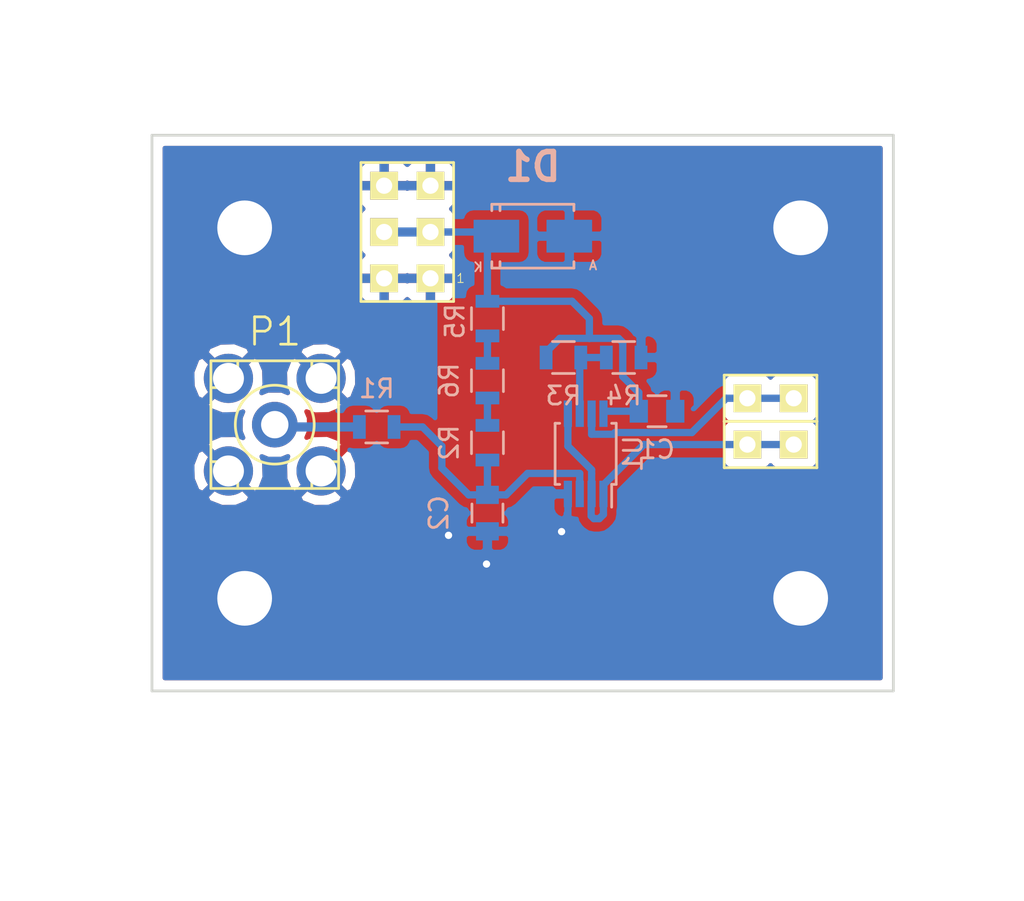
<source format=kicad_pcb>
(kicad_pcb (version 20160815) (host pcbnew 4.1.0-alpha+201609050731+7118~50~ubuntu16.04.1-product)

  (general
    (links 36)
    (no_connects 8)
    (area 86.284999 65.964999 127.075001 96.595001)
    (thickness 1.6)
    (drawings 4)
    (tracks 71)
    (zones 0)
    (modules 18)
    (nets 10)
  )

  (page A4)
  (layers
    (0 F.Cu signal)
    (31 B.Cu signal)
    (32 B.Adhes user)
    (33 F.Adhes user)
    (34 B.Paste user)
    (35 F.Paste user)
    (36 B.SilkS user)
    (37 F.SilkS user)
    (38 B.Mask user)
    (39 F.Mask user)
    (40 Dwgs.User user)
    (41 Cmts.User user)
    (42 Eco1.User user)
    (43 Eco2.User user)
    (44 Edge.Cuts user)
    (45 Margin user)
    (46 B.CrtYd user)
    (47 F.CrtYd user)
    (48 B.Fab user)
    (49 F.Fab user)
  )

  (setup
    (last_trace_width 0.4)
    (user_trace_width 0.2)
    (user_trace_width 0.3)
    (user_trace_width 0.4)
    (user_trace_width 0.5)
    (user_trace_width 0.6)
    (user_trace_width 0.7)
    (user_trace_width 0.8)
    (trace_clearance 0.2)
    (zone_clearance 0.508)
    (zone_45_only yes)
    (trace_min 0.2)
    (segment_width 0.2)
    (edge_width 0.15)
    (via_size 0.8)
    (via_drill 0.4)
    (via_min_size 0.4)
    (via_min_drill 0.3)
    (uvia_size 0.3)
    (uvia_drill 0.1)
    (uvias_allowed no)
    (uvia_min_size 0.2)
    (uvia_min_drill 0.1)
    (pcb_text_width 0.3)
    (pcb_text_size 1.5 1.5)
    (mod_edge_width 0.15)
    (mod_text_size 1 1)
    (mod_text_width 0.15)
    (pad_size 1.524 1.524)
    (pad_drill 0.762)
    (pad_to_mask_clearance 0.2)
    (aux_axis_origin 0 0)
    (visible_elements FFFFFF7F)
    (pcbplotparams
      (layerselection 0x00030_ffffffff)
      (usegerberextensions false)
      (excludeedgelayer true)
      (linewidth 0.100000)
      (plotframeref false)
      (viasonmask false)
      (mode 1)
      (useauxorigin false)
      (hpglpennumber 1)
      (hpglpenspeed 20)
      (hpglpendiameter 15)
      (psnegative false)
      (psa4output false)
      (plotreference true)
      (plotvalue true)
      (plotinvisibletext false)
      (padsonsilk false)
      (subtractmaskfromsilk false)
      (outputformat 1)
      (mirror false)
      (drillshape 1)
      (scaleselection 1)
      (outputdirectory ""))
  )

  (net 0 "")
  (net 1 VDD)
  (net 2 GNDA)
  (net 3 "Net-(C2-Pad1)")
  (net 4 "Net-(J2-Pad1)")
  (net 5 "Net-(J3-Pad1)")
  (net 6 "Net-(P1-Pad1)")
  (net 7 "Net-(R3-Pad2)")
  (net 8 "Net-(R2-Pad1)")
  (net 9 "Net-(R5-Pad2)")

  (net_class Default "This is the default net class."
    (clearance 0.2)
    (trace_width 0.3)
    (via_dia 0.8)
    (via_drill 0.4)
    (uvia_dia 0.3)
    (uvia_drill 0.1)
    (diff_pair_gap 0.25)
    (diff_pair_width 0.2)
    (add_net GNDA)
    (add_net "Net-(C2-Pad1)")
    (add_net "Net-(J2-Pad1)")
    (add_net "Net-(J3-Pad1)")
    (add_net "Net-(P1-Pad1)")
    (add_net "Net-(R2-Pad1)")
    (add_net "Net-(R3-Pad2)")
    (add_net "Net-(R5-Pad2)")
    (add_net VDD)
  )

  (module Housings_SSOP:MSOP-8_3x3mm_Pitch0.65mm (layer B.Cu) (tedit 54130A77) (tstamp 577D546F)
    (at 110.1344 83.5152 90)
    (descr "8-Lead Plastic Micro Small Outline Package (MS) [MSOP] (see Microchip Packaging Specification 00000049BS.pdf)")
    (tags "SSOP 0.65")
    (path /57781FDF)
    (attr smd)
    (fp_text reference U1 (at 0 2.6 90) (layer B.SilkS)
      (effects (font (size 1 1) (thickness 0.15)) (justify mirror))
    )
    (fp_text value MCP6002 (at 0 -2.6 90) (layer B.Fab)
      (effects (font (size 1 1) (thickness 0.15)) (justify mirror))
    )
    (fp_line (start -3.2 1.85) (end -3.2 -1.85) (layer B.CrtYd) (width 0.05))
    (fp_line (start 3.2 1.85) (end 3.2 -1.85) (layer B.CrtYd) (width 0.05))
    (fp_line (start -3.2 1.85) (end 3.2 1.85) (layer B.CrtYd) (width 0.05))
    (fp_line (start -3.2 -1.85) (end 3.2 -1.85) (layer B.CrtYd) (width 0.05))
    (fp_line (start -1.675 1.675) (end -1.675 1.425) (layer B.SilkS) (width 0.15))
    (fp_line (start 1.675 1.675) (end 1.675 1.425) (layer B.SilkS) (width 0.15))
    (fp_line (start 1.675 -1.675) (end 1.675 -1.425) (layer B.SilkS) (width 0.15))
    (fp_line (start -1.675 -1.675) (end -1.675 -1.425) (layer B.SilkS) (width 0.15))
    (fp_line (start -1.675 1.675) (end 1.675 1.675) (layer B.SilkS) (width 0.15))
    (fp_line (start -1.675 -1.675) (end 1.675 -1.675) (layer B.SilkS) (width 0.15))
    (fp_line (start -1.675 1.425) (end -2.925 1.425) (layer B.SilkS) (width 0.15))
    (pad 1 smd rect (at -2.2 0.975 90) (size 1.45 0.45) (layers B.Cu B.Paste B.Mask)
      (net 4 "Net-(J2-Pad1)"))
    (pad 2 smd rect (at -2.2 0.325 90) (size 1.45 0.45) (layers B.Cu B.Paste B.Mask)
      (net 4 "Net-(J2-Pad1)"))
    (pad 3 smd rect (at -2.2 -0.325 90) (size 1.45 0.45) (layers B.Cu B.Paste B.Mask)
      (net 3 "Net-(C2-Pad1)"))
    (pad 4 smd rect (at -2.2 -0.975 90) (size 1.45 0.45) (layers B.Cu B.Paste B.Mask)
      (net 2 GNDA))
    (pad 5 smd rect (at 2.2 -0.975 90) (size 1.45 0.45) (layers B.Cu B.Paste B.Mask)
      (net 4 "Net-(J2-Pad1)"))
    (pad 6 smd rect (at 2.2 -0.325 90) (size 1.45 0.45) (layers B.Cu B.Paste B.Mask)
      (net 7 "Net-(R3-Pad2)"))
    (pad 7 smd rect (at 2.2 0.325 90) (size 1.45 0.45) (layers B.Cu B.Paste B.Mask)
      (net 5 "Net-(J3-Pad1)"))
    (pad 8 smd rect (at 2.2 0.975 90) (size 1.45 0.45) (layers B.Cu B.Paste B.Mask)
      (net 1 VDD))
    (model Housings_SSOP.3dshapes/MSOP-8_3x3mm_Pitch0.65mm.wrl
      (at (xyz 0 0 0))
      (scale (xyz 1 1 1))
      (rotate (xyz 0 0 0))
    )
  )

  (module Capacitors_SMD:C_0805 (layer B.Cu) (tedit 5415D6EA) (tstamp 577D540C)
    (at 114.046 81.1784)
    (descr "Capacitor SMD 0805, reflow soldering, AVX (see smccp.pdf)")
    (tags "capacitor 0805")
    (path /57783558)
    (attr smd)
    (fp_text reference C1 (at 0 2.1) (layer B.SilkS)
      (effects (font (size 1 1) (thickness 0.15)) (justify mirror))
    )
    (fp_text value 100nF (at 0 -2.1) (layer B.Fab)
      (effects (font (size 1 1) (thickness 0.15)) (justify mirror))
    )
    (fp_line (start -1.8 1) (end 1.8 1) (layer B.CrtYd) (width 0.05))
    (fp_line (start -1.8 -1) (end 1.8 -1) (layer B.CrtYd) (width 0.05))
    (fp_line (start -1.8 1) (end -1.8 -1) (layer B.CrtYd) (width 0.05))
    (fp_line (start 1.8 1) (end 1.8 -1) (layer B.CrtYd) (width 0.05))
    (fp_line (start 0.5 0.85) (end -0.5 0.85) (layer B.SilkS) (width 0.15))
    (fp_line (start -0.5 -0.85) (end 0.5 -0.85) (layer B.SilkS) (width 0.15))
    (pad 1 smd rect (at -1 0) (size 1 1.25) (layers B.Cu B.Paste B.Mask)
      (net 1 VDD))
    (pad 2 smd rect (at 1 0) (size 1 1.25) (layers B.Cu B.Paste B.Mask)
      (net 2 GNDA))
    (model Capacitors_SMD.3dshapes/C_0805.wrl
      (at (xyz 0 0 0))
      (scale (xyz 1 1 1))
      (rotate (xyz 0 0 0))
    )
  )

  (module Capacitors_SMD:C_0805 (layer B.Cu) (tedit 5415D6EA) (tstamp 577D5412)
    (at 104.7496 86.7664 270)
    (descr "Capacitor SMD 0805, reflow soldering, AVX (see smccp.pdf)")
    (tags "capacitor 0805")
    (path /57781557)
    (attr smd)
    (fp_text reference C2 (at 0 2.667 270) (layer B.SilkS)
      (effects (font (size 1 1) (thickness 0.15)) (justify mirror))
    )
    (fp_text value 100nF (at 0 -2.1 270) (layer B.Fab)
      (effects (font (size 1 1) (thickness 0.15)) (justify mirror))
    )
    (fp_line (start -1.8 1) (end 1.8 1) (layer B.CrtYd) (width 0.05))
    (fp_line (start -1.8 -1) (end 1.8 -1) (layer B.CrtYd) (width 0.05))
    (fp_line (start -1.8 1) (end -1.8 -1) (layer B.CrtYd) (width 0.05))
    (fp_line (start 1.8 1) (end 1.8 -1) (layer B.CrtYd) (width 0.05))
    (fp_line (start 0.5 0.85) (end -0.5 0.85) (layer B.SilkS) (width 0.15))
    (fp_line (start -0.5 -0.85) (end 0.5 -0.85) (layer B.SilkS) (width 0.15))
    (pad 1 smd rect (at -1 0 270) (size 1 1.25) (layers B.Cu B.Paste B.Mask)
      (net 3 "Net-(C2-Pad1)"))
    (pad 2 smd rect (at 1 0 270) (size 1 1.25) (layers B.Cu B.Paste B.Mask)
      (net 2 GNDA))
    (model Capacitors_SMD.3dshapes/C_0805.wrl
      (at (xyz 0 0 0))
      (scale (xyz 1 1 1))
      (rotate (xyz 0 0 0))
    )
  )

  (module Mlab_D:Diode-SMA_Standard locked (layer B.Cu) (tedit 56BDB339) (tstamp 577D5418)
    (at 107.2388 71.5772 180)
    (descr "Diode SMA")
    (tags "Diode SMA")
    (path /57783090)
    (attr smd)
    (fp_text reference D1 (at 0 3.81 180) (layer B.SilkS)
      (effects (font (thickness 0.3048)) (justify mirror))
    )
    (fp_text value D_Schottky (at 0 -3.81 180) (layer B.SilkS) hide
      (effects (font (thickness 0.3048)) (justify mirror))
    )
    (fp_text user A (at -3.29946 -1.6002 180) (layer B.SilkS)
      (effects (font (size 0.50038 0.50038) (thickness 0.09906)) (justify mirror))
    )
    (fp_text user K (at 2.99974 -1.69926 180) (layer B.SilkS)
      (effects (font (size 0.50038 0.50038) (thickness 0.09906)) (justify mirror))
    )
    (fp_circle (center 0 0) (end 0.20066 0.0508) (layer B.Adhes) (width 0.381))
    (fp_line (start 1.80086 -1.75006) (end 1.80086 -1.39954) (layer B.SilkS) (width 0.15))
    (fp_line (start 1.80086 1.75006) (end 1.80086 1.39954) (layer B.SilkS) (width 0.15))
    (fp_line (start 2.25044 -1.75006) (end 2.25044 -1.39954) (layer B.SilkS) (width 0.15))
    (fp_line (start -2.25044 -1.75006) (end -2.25044 -1.39954) (layer B.SilkS) (width 0.15))
    (fp_line (start -2.25044 1.75006) (end -2.25044 1.39954) (layer B.SilkS) (width 0.15))
    (fp_line (start 2.25044 1.75006) (end 2.25044 1.39954) (layer B.SilkS) (width 0.15))
    (fp_line (start -2.25044 -1.75006) (end 2.25044 -1.75006) (layer B.SilkS) (width 0.15))
    (fp_line (start -2.25044 1.75006) (end 2.25044 1.75006) (layer B.SilkS) (width 0.15))
    (pad 2 smd rect (at -1.99898 0 180) (size 2.49936 1.80086) (layers B.Cu B.Paste B.Mask)
      (net 2 GNDA))
    (pad 1 smd rect (at 1.99898 0 180) (size 2.49936 1.80086) (layers B.Cu B.Paste B.Mask)
      (net 1 VDD))
    (model MLAB_3D/Diodes/SMA.wrl
      (at (xyz 0 0 0))
      (scale (xyz 0.3937 0.3937 0.3937))
      (rotate (xyz 0 0 0))
    )
  )

  (module Mlab_Pin_Headers:Straight_2x03 (layer F.Cu) (tedit 55DC1460) (tstamp 577D5422)
    (at 100.3554 71.3486 180)
    (descr "pin header straight 2x03")
    (tags "pin header straight 2x03")
    (path /57782EBA)
    (fp_text reference J1 (at 0 -5.08 180) (layer F.SilkS) hide
      (effects (font (size 1.5 1.5) (thickness 0.15)))
    )
    (fp_text value HEADER_2x03_PARALLEL (at 0 5.08 180) (layer F.SilkS) hide
      (effects (font (size 1.5 1.5) (thickness 0.15)))
    )
    (fp_text user 1 (at -2.921 -2.54 180) (layer F.SilkS)
      (effects (font (size 0.5 0.5) (thickness 0.05)))
    )
    (fp_line (start -2.54 -3.81) (end 2.54 -3.81) (layer F.SilkS) (width 0.15))
    (fp_line (start 2.54 -3.81) (end 2.54 3.81) (layer F.SilkS) (width 0.15))
    (fp_line (start 2.54 3.81) (end -2.54 3.81) (layer F.SilkS) (width 0.15))
    (fp_line (start -2.54 3.81) (end -2.54 -3.81) (layer F.SilkS) (width 0.15))
    (pad 1 thru_hole rect (at -1.27 -2.54 180) (size 1.524 1.524) (drill 0.889) (layers *.Cu *.Mask F.SilkS)
      (net 2 GNDA))
    (pad 2 thru_hole rect (at 1.27 -2.54 180) (size 1.524 1.524) (drill 0.889) (layers *.Cu *.Mask F.SilkS)
      (net 2 GNDA))
    (pad 3 thru_hole rect (at -1.27 0 180) (size 1.524 1.524) (drill 0.889) (layers *.Cu *.Mask F.SilkS)
      (net 1 VDD))
    (pad 4 thru_hole rect (at 1.27 0 180) (size 1.524 1.524) (drill 0.889) (layers *.Cu *.Mask F.SilkS)
      (net 1 VDD))
    (pad 5 thru_hole rect (at -1.27 2.54 180) (size 1.524 1.524) (drill 0.889) (layers *.Cu *.Mask F.SilkS)
      (net 2 GNDA))
    (pad 6 thru_hole rect (at 1.27 2.54 180) (size 1.524 1.524) (drill 0.889) (layers *.Cu *.Mask F.SilkS)
      (net 2 GNDA))
    (model Pin_Headers/Pin_Header_Straight_2x03.wrl
      (at (xyz 0 0 0))
      (scale (xyz 1 1 1))
      (rotate (xyz 0 0 90))
    )
  )

  (module Mlab_Pin_Headers:Straight_1x02 (layer F.Cu) (tedit 5535DB0D) (tstamp 577D5428)
    (at 120.269 83.0072 90)
    (descr "pin header straight 1x02")
    (tags "pin header straight 1x02")
    (path /57783BEA)
    (fp_text reference J2 (at 0 -3.81 90) (layer F.SilkS) hide
      (effects (font (size 1.5 1.5) (thickness 0.15)))
    )
    (fp_text value INTENSITY (at 0 3.81 90) (layer F.SilkS) hide
      (effects (font (size 1.5 1.5) (thickness 0.15)))
    )
    (fp_text user 1 (at -1.651 -1.27 90) (layer F.SilkS) hide
      (effects (font (size 0.5 0.5) (thickness 0.05)))
    )
    (fp_line (start -1.27 -2.54) (end 1.27 -2.54) (layer F.SilkS) (width 0.15))
    (fp_line (start 1.27 -2.54) (end 1.27 2.54) (layer F.SilkS) (width 0.15))
    (fp_line (start 1.27 2.54) (end -1.27 2.54) (layer F.SilkS) (width 0.15))
    (fp_line (start -1.27 2.54) (end -1.27 -2.54) (layer F.SilkS) (width 0.15))
    (pad 2 thru_hole rect (at 0 1.27 90) (size 1.524 1.524) (drill 0.889) (layers *.Cu *.Mask F.SilkS)
      (net 4 "Net-(J2-Pad1)"))
    (pad 1 thru_hole rect (at 0 -1.27 90) (size 1.524 1.524) (drill 0.889) (layers *.Cu *.Mask F.SilkS)
      (net 4 "Net-(J2-Pad1)"))
    (model Pin_Headers/Pin_Header_Straight_1x02.wrl
      (at (xyz 0 0 0))
      (scale (xyz 1 1 1))
      (rotate (xyz 0 0 90))
    )
  )

  (module Mlab_Pin_Headers:Straight_1x02 locked (layer F.Cu) (tedit 5535DB0D) (tstamp 577D542E)
    (at 120.269 80.4672 90)
    (descr "pin header straight 1x02")
    (tags "pin header straight 1x02")
    (path /57783AA0)
    (fp_text reference J3 (at 0 -3.81 90) (layer F.SilkS) hide
      (effects (font (size 1.5 1.5) (thickness 0.15)))
    )
    (fp_text value INT_OUT (at 0 3.81 90) (layer F.SilkS) hide
      (effects (font (size 1.5 1.5) (thickness 0.15)))
    )
    (fp_text user 1 (at -1.651 -1.27 90) (layer F.SilkS) hide
      (effects (font (size 0.5 0.5) (thickness 0.05)))
    )
    (fp_line (start -1.27 -2.54) (end 1.27 -2.54) (layer F.SilkS) (width 0.15))
    (fp_line (start 1.27 -2.54) (end 1.27 2.54) (layer F.SilkS) (width 0.15))
    (fp_line (start 1.27 2.54) (end -1.27 2.54) (layer F.SilkS) (width 0.15))
    (fp_line (start -1.27 2.54) (end -1.27 -2.54) (layer F.SilkS) (width 0.15))
    (pad 2 thru_hole rect (at 0 1.27 90) (size 1.524 1.524) (drill 0.889) (layers *.Cu *.Mask F.SilkS)
      (net 5 "Net-(J3-Pad1)"))
    (pad 1 thru_hole rect (at 0 -1.27 90) (size 1.524 1.524) (drill 0.889) (layers *.Cu *.Mask F.SilkS)
      (net 5 "Net-(J3-Pad1)"))
    (model Pin_Headers/Pin_Header_Straight_1x02.wrl
      (at (xyz 0 0 0))
      (scale (xyz 1 1 1))
      (rotate (xyz 0 0 90))
    )
  )

  (module Mlab_Mechanical:MountingHole_3mm placed (layer F.Cu) (tedit 5535DB2C) (tstamp 577D5433)
    (at 91.44 91.44)
    (descr "Mounting hole, Befestigungsbohrung, 3mm, No Annular, Kein Restring,")
    (tags "Mounting hole, Befestigungsbohrung, 3mm, No Annular, Kein Restring,")
    (path /57784508)
    (fp_text reference M1 (at 0 -4.191) (layer F.SilkS) hide
      (effects (font (thickness 0.3048)))
    )
    (fp_text value HOLE (at 0 4.191) (layer F.SilkS) hide
      (effects (font (thickness 0.3048)))
    )
    (fp_circle (center 0 0) (end 2.99974 0) (layer Cmts.User) (width 0.381))
    (pad 1 thru_hole circle (at 0 0) (size 6 6) (drill 3) (layers *.Cu *.Adhes *.Mask)
      (net 2 GNDA) (clearance 1) (zone_connect 2))
  )

  (module Mlab_Mechanical:MountingHole_3mm placed (layer F.Cu) (tedit 5535DB2C) (tstamp 577D5438)
    (at 91.44 71.12)
    (descr "Mounting hole, Befestigungsbohrung, 3mm, No Annular, Kein Restring,")
    (tags "Mounting hole, Befestigungsbohrung, 3mm, No Annular, Kein Restring,")
    (path /57784821)
    (fp_text reference M2 (at 0 -4.191) (layer F.SilkS) hide
      (effects (font (thickness 0.3048)))
    )
    (fp_text value HOLE (at 0 4.191) (layer F.SilkS) hide
      (effects (font (thickness 0.3048)))
    )
    (fp_circle (center 0 0) (end 2.99974 0) (layer Cmts.User) (width 0.381))
    (pad 1 thru_hole circle (at 0 0) (size 6 6) (drill 3) (layers *.Cu *.Adhes *.Mask)
      (net 2 GNDA) (clearance 1) (zone_connect 2))
  )

  (module Mlab_Mechanical:MountingHole_3mm placed (layer F.Cu) (tedit 5535DB2C) (tstamp 577D543D)
    (at 121.92 71.12)
    (descr "Mounting hole, Befestigungsbohrung, 3mm, No Annular, Kein Restring,")
    (tags "Mounting hole, Befestigungsbohrung, 3mm, No Annular, Kein Restring,")
    (path /57784742)
    (fp_text reference M3 (at 0 -4.191) (layer F.SilkS) hide
      (effects (font (thickness 0.3048)))
    )
    (fp_text value HOLE (at 0 4.191) (layer F.SilkS) hide
      (effects (font (thickness 0.3048)))
    )
    (fp_circle (center 0 0) (end 2.99974 0) (layer Cmts.User) (width 0.381))
    (pad 1 thru_hole circle (at 0 0) (size 6 6) (drill 3) (layers *.Cu *.Adhes *.Mask)
      (net 2 GNDA) (clearance 1) (zone_connect 2))
  )

  (module Mlab_Mechanical:MountingHole_3mm placed (layer F.Cu) (tedit 5535DB2C) (tstamp 577D5442)
    (at 121.92 91.44)
    (descr "Mounting hole, Befestigungsbohrung, 3mm, No Annular, Kein Restring,")
    (tags "Mounting hole, Befestigungsbohrung, 3mm, No Annular, Kein Restring,")
    (path /5778482F)
    (fp_text reference M4 (at 0 -4.191) (layer F.SilkS) hide
      (effects (font (thickness 0.3048)))
    )
    (fp_text value HOLE (at 0 4.191) (layer F.SilkS) hide
      (effects (font (thickness 0.3048)))
    )
    (fp_circle (center 0 0) (end 2.99974 0) (layer Cmts.User) (width 0.381))
    (pad 1 thru_hole circle (at 0 0) (size 6 6) (drill 3) (layers *.Cu *.Adhes *.Mask)
      (net 2 GNDA) (clearance 1) (zone_connect 2))
  )

  (module Mlab_Con:SMA6251A13G50 (layer F.Cu) (tedit 54BBE861) (tstamp 577D544B)
    (at 93.091 81.915)
    (path /57781DCC)
    (fp_text reference P1 (at 0 -5.1) (layer F.SilkS)
      (effects (font (size 1.5 1.5) (thickness 0.15)))
    )
    (fp_text value SMA (at 0 5.1) (layer F.SilkS) hide
      (effects (font (size 1.5 1.5) (thickness 0.15)))
    )
    (fp_circle (center 0 0) (end -0.11 -2.16) (layer F.SilkS) (width 0.15))
    (fp_line (start 2.03 3.05) (end 3.05 3.05) (layer F.SilkS) (width 0.15))
    (fp_line (start 3.05 3.05) (end 3.05 2.03) (layer F.SilkS) (width 0.15))
    (fp_line (start -2.03 3.05) (end -3.05 3.05) (layer F.SilkS) (width 0.15))
    (fp_line (start -3.05 3.05) (end -3.05 2.03) (layer F.SilkS) (width 0.15))
    (fp_line (start -2.03 -3.05) (end -3.05 -3.05) (layer F.SilkS) (width 0.15))
    (fp_line (start -3.05 -3.05) (end -3.05 -2.03) (layer F.SilkS) (width 0.15))
    (fp_line (start 3.05 -3.05) (end 3.05 -2.03) (layer F.SilkS) (width 0.15))
    (fp_line (start 3.05 -3.05) (end 2.03 -3.05) (layer F.SilkS) (width 0.15))
    (fp_line (start 2.03 3.5) (end 2.03 2.03) (layer F.SilkS) (width 0.15))
    (fp_line (start 2.03 2.03) (end 3.5 2.03) (layer F.SilkS) (width 0.15))
    (fp_line (start -2.03 2.03) (end -2.03 3.5) (layer F.SilkS) (width 0.15))
    (fp_line (start -3.5 2.03) (end -2.03 2.03) (layer F.SilkS) (width 0.15))
    (fp_line (start 2.03 -3.5) (end 2.03 -2.03) (layer F.SilkS) (width 0.15))
    (fp_line (start 2.03 -2.03) (end 3.5 -2.03) (layer F.SilkS) (width 0.15))
    (fp_line (start -2.03 -3.5) (end -2.03 -2.03) (layer F.SilkS) (width 0.15))
    (fp_line (start -2.03 -2.03) (end -3.5 -2.03) (layer F.SilkS) (width 0.15))
    (fp_line (start -3.5 3.5) (end 3.5 3.5) (layer F.SilkS) (width 0.15))
    (fp_line (start 3.5 3.5) (end 3.5 -3.5) (layer F.SilkS) (width 0.15))
    (fp_line (start 3.5 -3.5) (end -3.5 -3.5) (layer F.SilkS) (width 0.15))
    (fp_line (start -3.5 -3.5) (end -3.5 3.5) (layer F.SilkS) (width 0.15))
    (pad 1 thru_hole circle (at 0 0 180) (size 2.5 2.5) (drill 1.5) (layers *.Cu *.Mask)
      (net 6 "Net-(P1-Pad1)"))
    (pad 2 thru_hole circle (at 2.54 2.54 180) (size 2.7 2.7) (drill 1.7) (layers *.Cu *.Mask)
      (net 2 GNDA))
    (pad 2 thru_hole circle (at -2.54 2.54 180) (size 2.7 2.7) (drill 1.7) (layers *.Cu *.Mask)
      (net 2 GNDA))
    (pad 2 thru_hole circle (at -2.54 -2.54 180) (size 2.7 2.7) (drill 1.7) (layers *.Cu *.Mask)
      (net 2 GNDA))
    (pad 2 thru_hole circle (at 2.54 -2.54 180) (size 2.7 2.7) (drill 1.7) (layers *.Cu *.Mask)
      (net 2 GNDA))
  )

  (module Resistors_SMD:R_0805 (layer B.Cu) (tedit 5415CDEB) (tstamp 577D5451)
    (at 98.679 82.042 180)
    (descr "Resistor SMD 0805, reflow soldering, Vishay (see dcrcw.pdf)")
    (tags "resistor 0805")
    (path /577814E7)
    (attr smd)
    (fp_text reference R1 (at 0 2.1 180) (layer B.SilkS)
      (effects (font (size 1 1) (thickness 0.15)) (justify mirror))
    )
    (fp_text value 10k (at 0 -2.1 180) (layer B.Fab)
      (effects (font (size 1 1) (thickness 0.15)) (justify mirror))
    )
    (fp_line (start -1.6 1) (end 1.6 1) (layer B.CrtYd) (width 0.05))
    (fp_line (start -1.6 -1) (end 1.6 -1) (layer B.CrtYd) (width 0.05))
    (fp_line (start -1.6 1) (end -1.6 -1) (layer B.CrtYd) (width 0.05))
    (fp_line (start 1.6 1) (end 1.6 -1) (layer B.CrtYd) (width 0.05))
    (fp_line (start 0.6 -0.875) (end -0.6 -0.875) (layer B.SilkS) (width 0.15))
    (fp_line (start -0.6 0.875) (end 0.6 0.875) (layer B.SilkS) (width 0.15))
    (pad 1 smd rect (at -0.95 0 180) (size 0.7 1.3) (layers B.Cu B.Paste B.Mask)
      (net 3 "Net-(C2-Pad1)"))
    (pad 2 smd rect (at 0.95 0 180) (size 0.7 1.3) (layers B.Cu B.Paste B.Mask)
      (net 6 "Net-(P1-Pad1)"))
    (model Resistors_SMD.3dshapes/R_0805.wrl
      (at (xyz 0 0 0))
      (scale (xyz 1 1 1))
      (rotate (xyz 0 0 0))
    )
  )

  (module Resistors_SMD:R_0805 (layer B.Cu) (tedit 5415CDEB) (tstamp 577D5457)
    (at 104.7496 82.9056 270)
    (descr "Resistor SMD 0805, reflow soldering, Vishay (see dcrcw.pdf)")
    (tags "resistor 0805")
    (path /57782253)
    (attr smd)
    (fp_text reference R2 (at 0 2.1 270) (layer B.SilkS)
      (effects (font (size 1 1) (thickness 0.15)) (justify mirror))
    )
    (fp_text value 10M (at 0 -2.1 270) (layer B.Fab)
      (effects (font (size 1 1) (thickness 0.15)) (justify mirror))
    )
    (fp_line (start -1.6 1) (end 1.6 1) (layer B.CrtYd) (width 0.05))
    (fp_line (start -1.6 -1) (end 1.6 -1) (layer B.CrtYd) (width 0.05))
    (fp_line (start -1.6 1) (end -1.6 -1) (layer B.CrtYd) (width 0.05))
    (fp_line (start 1.6 1) (end 1.6 -1) (layer B.CrtYd) (width 0.05))
    (fp_line (start 0.6 -0.875) (end -0.6 -0.875) (layer B.SilkS) (width 0.15))
    (fp_line (start -0.6 0.875) (end 0.6 0.875) (layer B.SilkS) (width 0.15))
    (pad 1 smd rect (at -0.95 0 270) (size 0.7 1.3) (layers B.Cu B.Paste B.Mask)
      (net 8 "Net-(R2-Pad1)"))
    (pad 2 smd rect (at 0.95 0 270) (size 0.7 1.3) (layers B.Cu B.Paste B.Mask)
      (net 3 "Net-(C2-Pad1)"))
    (model Resistors_SMD.3dshapes/R_0805.wrl
      (at (xyz 0 0 0))
      (scale (xyz 1 1 1))
      (rotate (xyz 0 0 0))
    )
  )

  (module Resistors_SMD:R_0805 (layer B.Cu) (tedit 5415CDEB) (tstamp 577D545D)
    (at 108.9152 78.232)
    (descr "Resistor SMD 0805, reflow soldering, Vishay (see dcrcw.pdf)")
    (tags "resistor 0805")
    (path /5778251C)
    (attr smd)
    (fp_text reference R3 (at 0 2.1) (layer B.SilkS)
      (effects (font (size 1 1) (thickness 0.15)) (justify mirror))
    )
    (fp_text value 1M (at 0 -2.1) (layer B.Fab)
      (effects (font (size 1 1) (thickness 0.15)) (justify mirror))
    )
    (fp_line (start -1.6 1) (end 1.6 1) (layer B.CrtYd) (width 0.05))
    (fp_line (start -1.6 -1) (end 1.6 -1) (layer B.CrtYd) (width 0.05))
    (fp_line (start -1.6 1) (end -1.6 -1) (layer B.CrtYd) (width 0.05))
    (fp_line (start 1.6 1) (end 1.6 -1) (layer B.CrtYd) (width 0.05))
    (fp_line (start 0.6 -0.875) (end -0.6 -0.875) (layer B.SilkS) (width 0.15))
    (fp_line (start -0.6 0.875) (end 0.6 0.875) (layer B.SilkS) (width 0.15))
    (pad 1 smd rect (at -0.95 0) (size 0.7 1.3) (layers B.Cu B.Paste B.Mask)
      (net 1 VDD))
    (pad 2 smd rect (at 0.95 0) (size 0.7 1.3) (layers B.Cu B.Paste B.Mask)
      (net 7 "Net-(R3-Pad2)"))
    (model Resistors_SMD.3dshapes/R_0805.wrl
      (at (xyz 0 0 0))
      (scale (xyz 1 1 1))
      (rotate (xyz 0 0 0))
    )
  )

  (module Resistors_SMD:R_0805 (layer B.Cu) (tedit 5415CDEB) (tstamp 577D5463)
    (at 112.2172 78.232)
    (descr "Resistor SMD 0805, reflow soldering, Vishay (see dcrcw.pdf)")
    (tags "resistor 0805")
    (path /577827EE)
    (attr smd)
    (fp_text reference R4 (at 0 2.1) (layer B.SilkS)
      (effects (font (size 1 1) (thickness 0.15)) (justify mirror))
    )
    (fp_text value 10M (at 0 -2.1) (layer B.Fab)
      (effects (font (size 1 1) (thickness 0.15)) (justify mirror))
    )
    (fp_line (start -1.6 1) (end 1.6 1) (layer B.CrtYd) (width 0.05))
    (fp_line (start -1.6 -1) (end 1.6 -1) (layer B.CrtYd) (width 0.05))
    (fp_line (start -1.6 1) (end -1.6 -1) (layer B.CrtYd) (width 0.05))
    (fp_line (start 1.6 1) (end 1.6 -1) (layer B.CrtYd) (width 0.05))
    (fp_line (start 0.6 -0.875) (end -0.6 -0.875) (layer B.SilkS) (width 0.15))
    (fp_line (start -0.6 0.875) (end 0.6 0.875) (layer B.SilkS) (width 0.15))
    (pad 1 smd rect (at -0.95 0) (size 0.7 1.3) (layers B.Cu B.Paste B.Mask)
      (net 7 "Net-(R3-Pad2)"))
    (pad 2 smd rect (at 0.95 0) (size 0.7 1.3) (layers B.Cu B.Paste B.Mask)
      (net 2 GNDA))
    (model Resistors_SMD.3dshapes/R_0805.wrl
      (at (xyz 0 0 0))
      (scale (xyz 1 1 1))
      (rotate (xyz 0 0 0))
    )
  )

  (module Resistors_SMD:R_0805 (layer B.Cu) (tedit 5415CDEB) (tstamp 57DA74EE)
    (at 104.7496 76.0984 270)
    (descr "Resistor SMD 0805, reflow soldering, Vishay (see dcrcw.pdf)")
    (tags "resistor 0805")
    (path /57DA7355)
    (attr smd)
    (fp_text reference R5 (at 0.1524 1.778 270) (layer B.SilkS)
      (effects (font (size 1 1) (thickness 0.15)) (justify mirror))
    )
    (fp_text value 10M (at 0 -2.1 270) (layer B.Fab)
      (effects (font (size 1 1) (thickness 0.15)) (justify mirror))
    )
    (fp_line (start -1.6 1) (end 1.6 1) (layer B.CrtYd) (width 0.05))
    (fp_line (start -1.6 -1) (end 1.6 -1) (layer B.CrtYd) (width 0.05))
    (fp_line (start -1.6 1) (end -1.6 -1) (layer B.CrtYd) (width 0.05))
    (fp_line (start 1.6 1) (end 1.6 -1) (layer B.CrtYd) (width 0.05))
    (fp_line (start 0.6 -0.875) (end -0.6 -0.875) (layer B.SilkS) (width 0.15))
    (fp_line (start -0.6 0.875) (end 0.6 0.875) (layer B.SilkS) (width 0.15))
    (pad 1 smd rect (at -0.95 0 270) (size 0.7 1.3) (layers B.Cu B.Paste B.Mask)
      (net 1 VDD))
    (pad 2 smd rect (at 0.95 0 270) (size 0.7 1.3) (layers B.Cu B.Paste B.Mask)
      (net 9 "Net-(R5-Pad2)"))
    (model Resistors_SMD.3dshapes/R_0805.wrl
      (at (xyz 0 0 0))
      (scale (xyz 1 1 1))
      (rotate (xyz 0 0 0))
    )
  )

  (module Resistors_SMD:R_0805 (layer B.Cu) (tedit 5415CDEB) (tstamp 57DA74F4)
    (at 104.7496 79.502 270)
    (descr "Resistor SMD 0805, reflow soldering, Vishay (see dcrcw.pdf)")
    (tags "resistor 0805")
    (path /57DA72B5)
    (attr smd)
    (fp_text reference R6 (at 0 2.1 270) (layer B.SilkS)
      (effects (font (size 1 1) (thickness 0.15)) (justify mirror))
    )
    (fp_text value 10M (at 0 -2.1 270) (layer B.Fab)
      (effects (font (size 1 1) (thickness 0.15)) (justify mirror))
    )
    (fp_line (start -1.6 1) (end 1.6 1) (layer B.CrtYd) (width 0.05))
    (fp_line (start -1.6 -1) (end 1.6 -1) (layer B.CrtYd) (width 0.05))
    (fp_line (start -1.6 1) (end -1.6 -1) (layer B.CrtYd) (width 0.05))
    (fp_line (start 1.6 1) (end 1.6 -1) (layer B.CrtYd) (width 0.05))
    (fp_line (start 0.6 -0.875) (end -0.6 -0.875) (layer B.SilkS) (width 0.15))
    (fp_line (start -0.6 0.875) (end 0.6 0.875) (layer B.SilkS) (width 0.15))
    (pad 1 smd rect (at -0.95 0 270) (size 0.7 1.3) (layers B.Cu B.Paste B.Mask)
      (net 9 "Net-(R5-Pad2)"))
    (pad 2 smd rect (at 0.95 0 270) (size 0.7 1.3) (layers B.Cu B.Paste B.Mask)
      (net 8 "Net-(R2-Pad1)"))
    (model Resistors_SMD.3dshapes/R_0805.wrl
      (at (xyz 0 0 0))
      (scale (xyz 1 1 1))
      (rotate (xyz 0 0 0))
    )
  )

  (gr_line (start 86.36 96.52) (end 86.36 66.04) (layer Edge.Cuts) (width 0.15))
  (gr_line (start 127 96.52) (end 86.36 96.52) (layer Edge.Cuts) (width 0.15))
  (gr_line (start 127 66.04) (end 127 96.52) (layer Edge.Cuts) (width 0.15))
  (gr_line (start 86.36 66.04) (end 127 66.04) (layer Edge.Cuts) (width 0.15))

  (segment (start 108.715201 77.181999) (end 110.3376 77.181999) (width 0.4) (layer B.Cu) (net 1))
  (segment (start 110.3376 77.181999) (end 111.937201 77.181999) (width 0.4) (layer B.Cu) (net 1))
  (segment (start 104.7496 75.1484) (end 109.3876 75.1484) (width 0.4) (layer B.Cu) (net 1))
  (segment (start 109.3876 75.1484) (end 110.3376 76.0984) (width 0.4) (layer B.Cu) (net 1))
  (segment (start 110.3376 76.0984) (end 110.3376 77.181999) (width 0.4) (layer B.Cu) (net 1))
  (segment (start 107.9652 77.932) (end 107.9652 78.232) (width 0.4) (layer B.Cu) (net 1))
  (segment (start 101.6254 71.3486) (end 105.01122 71.3486) (width 0.4) (layer B.Cu) (net 1))
  (segment (start 105.01122 71.3486) (end 105.23982 71.5772) (width 0.4) (layer B.Cu) (net 1))
  (segment (start 104.7496 75.1484) (end 104.7496 72.06742) (width 0.4) (layer B.Cu) (net 1))
  (segment (start 104.7496 72.06742) (end 105.23982 71.5772) (width 0.4) (layer B.Cu) (net 1))
  (segment (start 107.9652 77.932) (end 108.715201 77.181999) (width 0.4) (layer B.Cu) (net 1))
  (segment (start 111.937201 77.181999) (end 112.1664 77.411198) (width 0.4) (layer B.Cu) (net 1))
  (segment (start 113.046 80.1534) (end 113.046 81.1784) (width 0.4) (layer B.Cu) (net 1))
  (segment (start 112.1664 77.411198) (end 112.1664 79.2738) (width 0.4) (layer B.Cu) (net 1))
  (segment (start 112.1664 79.2738) (end 113.046 80.1534) (width 0.4) (layer B.Cu) (net 1))
  (segment (start 113.046 81.1784) (end 111.2462 81.1784) (width 0.4) (layer B.Cu) (net 1))
  (segment (start 111.2462 81.1784) (end 111.1094 81.3152) (width 0.4) (layer B.Cu) (net 1))
  (segment (start 99.0854 71.3486) (end 101.6254 71.3486) (width 0.5) (layer B.Cu) (net 1))
  (segment (start 102.0064 89.5604) (end 102.616 88.9508) (width 0.4) (layer F.Cu) (net 2))
  (segment (start 102.616 88.9508) (end 102.616 87.9856) (width 0.4) (layer F.Cu) (net 2))
  (via (at 102.616 87.9856) (size 0.8) (drill 0.4) (layers F.Cu B.Cu) (net 2))
  (segment (start 104.6988 89.5604) (end 102.0064 89.5604) (width 0.4) (layer F.Cu) (net 2))
  (segment (start 104.7496 87.7664) (end 104.7496 89.5096) (width 0.4) (layer B.Cu) (net 2))
  (segment (start 104.7496 89.5096) (end 104.6988 89.5604) (width 0.4) (layer B.Cu) (net 2))
  (via (at 104.6988 89.5604) (size 0.8) (drill 0.4) (layers F.Cu B.Cu) (net 2))
  (segment (start 108.8136 87.7824) (end 107.8484 86.8172) (width 0.4) (layer F.Cu) (net 2))
  (segment (start 107.8484 86.8172) (end 101.4984 86.8172) (width 0.4) (layer F.Cu) (net 2))
  (segment (start 109.1594 85.7152) (end 109.1594 87.4366) (width 0.4) (layer B.Cu) (net 2))
  (segment (start 109.1594 87.4366) (end 108.8136 87.7824) (width 0.4) (layer B.Cu) (net 2))
  (via (at 108.8136 87.7824) (size 0.8) (drill 0.4) (layers F.Cu B.Cu) (net 2))
  (segment (start 104.7496 85.7664) (end 104.7496 83.8556) (width 0.4) (layer B.Cu) (net 3))
  (segment (start 102.250809 83.099209) (end 101.1936 82.042) (width 0.4) (layer B.Cu) (net 3))
  (segment (start 101.1936 82.042) (end 99.629 82.042) (width 0.4) (layer B.Cu) (net 3))
  (segment (start 104.7496 85.7664) (end 103.7246 85.7664) (width 0.4) (layer B.Cu) (net 3))
  (segment (start 103.7246 85.7664) (end 102.250809 84.292609) (width 0.4) (layer B.Cu) (net 3))
  (segment (start 102.250809 84.292609) (end 102.250809 83.099209) (width 0.4) (layer B.Cu) (net 3))
  (segment (start 109.8094 84.5902) (end 106.9508 84.5902) (width 0.4) (layer B.Cu) (net 3))
  (segment (start 106.9508 84.5902) (end 105.7746 85.7664) (width 0.4) (layer B.Cu) (net 3))
  (segment (start 105.7746 85.7664) (end 104.7496 85.7664) (width 0.4) (layer B.Cu) (net 3))
  (segment (start 104.6246 85.7664) (end 104.7496 85.7664) (width 0.3) (layer B.Cu) (net 3))
  (segment (start 109.8094 85.7152) (end 109.8094 84.5902) (width 0.4) (layer B.Cu) (net 3))
  (segment (start 99.645 82.058) (end 99.629 82.042) (width 0.5) (layer B.Cu) (net 3))
  (segment (start 121.539 83.0072) (end 118.999 83.0072) (width 0.4) (layer B.Cu) (net 4))
  (segment (start 118.999 83.0072) (end 113.3174 83.0072) (width 0.4) (layer B.Cu) (net 4))
  (segment (start 113.3174 83.0072) (end 111.1094 85.2152) (width 0.4) (layer B.Cu) (net 4))
  (segment (start 111.1094 85.2152) (end 111.1094 85.7152) (width 0.4) (layer B.Cu) (net 4))
  (segment (start 110.8784 87.0712) (end 110.5854 87.0712) (width 0.4) (layer B.Cu) (net 4))
  (segment (start 110.5854 87.0712) (end 110.434401 86.920201) (width 0.4) (layer B.Cu) (net 4))
  (segment (start 110.434401 85.740199) (end 110.4594 85.7152) (width 0.4) (layer B.Cu) (net 4))
  (segment (start 110.434401 86.920201) (end 110.434401 85.740199) (width 0.4) (layer B.Cu) (net 4))
  (segment (start 111.1094 85.7152) (end 111.1094 86.8402) (width 0.4) (layer B.Cu) (net 4))
  (segment (start 111.1094 86.8402) (end 110.8784 87.0712) (width 0.4) (layer B.Cu) (net 4))
  (segment (start 109.1594 81.3152) (end 109.1594 83.091658) (width 0.4) (layer B.Cu) (net 4))
  (segment (start 109.1594 83.091658) (end 110.4594 84.391658) (width 0.4) (layer B.Cu) (net 4))
  (segment (start 110.4594 84.391658) (end 110.4594 84.5902) (width 0.4) (layer B.Cu) (net 4))
  (segment (start 110.4594 84.5902) (end 110.4594 85.7152) (width 0.4) (layer B.Cu) (net 4))
  (segment (start 118.999 80.4672) (end 121.539 80.4672) (width 0.4) (layer B.Cu) (net 5))
  (segment (start 118.999 80.4672) (end 117.837 80.4672) (width 0.4) (layer B.Cu) (net 5))
  (segment (start 117.837 80.4672) (end 115.9574 82.3468) (width 0.4) (layer B.Cu) (net 5))
  (segment (start 111.65439 82.440211) (end 110.459411 82.440211) (width 0.4) (layer B.Cu) (net 5))
  (segment (start 115.9574 82.3468) (end 111.747802 82.3468) (width 0.4) (layer B.Cu) (net 5))
  (segment (start 111.747802 82.3468) (end 111.65439 82.440211) (width 0.4) (layer B.Cu) (net 5))
  (segment (start 110.459411 82.440211) (end 110.4594 82.4402) (width 0.4) (layer B.Cu) (net 5))
  (segment (start 110.4594 82.4402) (end 110.4594 81.3152) (width 0.4) (layer B.Cu) (net 5))
  (segment (start 97.729 82.042) (end 93.218 82.042) (width 0.5) (layer B.Cu) (net 6))
  (segment (start 93.218 82.042) (end 93.091 81.915) (width 0.5) (layer B.Cu) (net 6))
  (segment (start 109.8652 78.232) (end 109.8094 78.2878) (width 0.4) (layer B.Cu) (net 7))
  (segment (start 109.8094 78.2878) (end 109.8094 81.3152) (width 0.4) (layer B.Cu) (net 7))
  (segment (start 111.2672 78.232) (end 109.8652 78.232) (width 0.4) (layer B.Cu) (net 7))
  (segment (start 104.7496 81.9556) (end 104.7496 80.452) (width 0.4) (layer B.Cu) (net 8))
  (segment (start 104.7496 78.552) (end 104.7496 77.0484) (width 0.4) (layer B.Cu) (net 9))

  (zone (net 2) (net_name GNDA) (layer B.Cu) (tstamp 0) (hatch edge 0.508)
    (connect_pads (clearance 0.508))
    (min_thickness 0.254)
    (fill yes (arc_segments 16) (thermal_gap 0.508) (thermal_bridge_width 0.508))
    (polygon
      (pts
        (xy 86.36 66.04) (xy 86.36 96.52) (xy 127 96.52) (xy 127 66.04) (xy 86.4108 66.0908)
      )
    )
    (filled_polygon
      (pts
        (xy 126.29 95.81) (xy 87.07 95.81) (xy 87.07 88.05215) (xy 103.4896 88.05215) (xy 103.4896 88.392709)
        (xy 103.586273 88.626098) (xy 103.764901 88.804727) (xy 103.99829 88.9014) (xy 104.46385 88.9014) (xy 104.6226 88.74265)
        (xy 104.6226 87.8934) (xy 104.8766 87.8934) (xy 104.8766 88.74265) (xy 105.03535 88.9014) (xy 105.50091 88.9014)
        (xy 105.734299 88.804727) (xy 105.912927 88.626098) (xy 106.0096 88.392709) (xy 106.0096 88.05215) (xy 105.85085 87.8934)
        (xy 104.8766 87.8934) (xy 104.6226 87.8934) (xy 103.64835 87.8934) (xy 103.4896 88.05215) (xy 87.07 88.05215)
        (xy 87.07 85.860593) (xy 89.325012 85.860593) (xy 89.466478 86.163782) (xy 90.202955 86.448737) (xy 90.992418 86.430164)
        (xy 91.635522 86.163782) (xy 91.776988 85.860593) (xy 94.405012 85.860593) (xy 94.546478 86.163782) (xy 95.282955 86.448737)
        (xy 96.072418 86.430164) (xy 96.715522 86.163782) (xy 96.856988 85.860593) (xy 95.631 84.634605) (xy 94.405012 85.860593)
        (xy 91.776988 85.860593) (xy 90.551 84.634605) (xy 89.325012 85.860593) (xy 87.07 85.860593) (xy 87.07 84.106955)
        (xy 88.557263 84.106955) (xy 88.575836 84.896418) (xy 88.842218 85.539522) (xy 89.145407 85.680988) (xy 90.371395 84.455)
        (xy 89.145407 83.229012) (xy 88.842218 83.370478) (xy 88.557263 84.106955) (xy 87.07 84.106955) (xy 87.07 80.780593)
        (xy 89.325012 80.780593) (xy 89.466478 81.083782) (xy 90.202955 81.368737) (xy 90.992418 81.350164) (xy 91.345164 81.204052)
        (xy 91.206328 81.538405) (xy 91.205674 82.288305) (xy 91.349087 82.635392) (xy 90.899045 82.461263) (xy 90.109582 82.479836)
        (xy 89.466478 82.746218) (xy 89.325012 83.049407) (xy 90.551 84.275395) (xy 90.565143 84.261253) (xy 90.744748 84.440858)
        (xy 90.730605 84.455) (xy 91.956593 85.680988) (xy 92.259782 85.539522) (xy 92.544737 84.803045) (xy 92.526164 84.013582)
        (xy 92.380052 83.660836) (xy 92.714405 83.799672) (xy 93.464305 83.800326) (xy 93.811392 83.656913) (xy 93.637263 84.106955)
        (xy 93.655836 84.896418) (xy 93.922218 85.539522) (xy 94.225407 85.680988) (xy 95.451395 84.455) (xy 95.437253 84.440858)
        (xy 95.616858 84.261253) (xy 95.631 84.275395) (xy 95.645143 84.261253) (xy 95.824748 84.440858) (xy 95.810605 84.455)
        (xy 97.036593 85.680988) (xy 97.339782 85.539522) (xy 97.624737 84.803045) (xy 97.606164 84.013582) (xy 97.339782 83.370478)
        (xy 97.194689 83.302779) (xy 97.379 83.33944) (xy 98.079 83.33944) (xy 98.326765 83.290157) (xy 98.536809 83.149809)
        (xy 98.677157 82.939765) (xy 98.679 82.9305) (xy 98.680843 82.939765) (xy 98.821191 83.149809) (xy 99.031235 83.290157)
        (xy 99.279 83.33944) (xy 99.979 83.33944) (xy 100.226765 83.290157) (xy 100.436809 83.149809) (xy 100.577157 82.939765)
        (xy 100.589642 82.877) (xy 100.847732 82.877) (xy 101.415809 83.445077) (xy 101.415809 84.292609) (xy 101.47937 84.61215)
        (xy 101.545552 84.711198) (xy 101.660375 84.883043) (xy 103.134166 86.356834) (xy 103.405059 86.537839) (xy 103.563293 86.569314)
        (xy 103.666791 86.724209) (xy 103.72792 86.765054) (xy 103.586273 86.906702) (xy 103.4896 87.140091) (xy 103.4896 87.48065)
        (xy 103.64835 87.6394) (xy 104.6226 87.6394) (xy 104.6226 87.6194) (xy 104.8766 87.6194) (xy 104.8766 87.6394)
        (xy 105.85085 87.6394) (xy 106.0096 87.48065) (xy 106.0096 87.140091) (xy 105.912927 86.906702) (xy 105.77128 86.765054)
        (xy 105.832409 86.724209) (xy 105.935907 86.569314) (xy 106.094141 86.537839) (xy 106.365034 86.356834) (xy 107.296668 85.4252)
        (xy 108.2994 85.4252) (xy 108.2994 85.42945) (xy 108.45815 85.5882) (xy 108.93696 85.5882) (xy 108.93696 85.8422)
        (xy 108.45815 85.8422) (xy 108.2994 86.00095) (xy 108.2994 86.566509) (xy 108.396073 86.799898) (xy 108.574701 86.978527)
        (xy 108.80809 87.0752) (xy 108.88815 87.0752) (xy 109.0469 86.91645) (xy 109.0469 86.778744) (xy 109.126591 86.898009)
        (xy 109.336635 87.038357) (xy 109.408003 87.052553) (xy 109.43065 87.0752) (xy 109.51071 87.0752) (xy 109.514327 87.073702)
        (xy 109.5844 87.08764) (xy 109.632707 87.08764) (xy 109.662962 87.239742) (xy 109.790512 87.430634) (xy 109.843967 87.510635)
        (xy 109.994966 87.661634) (xy 110.265859 87.842639) (xy 110.5854 87.9062) (xy 110.8784 87.9062) (xy 111.197941 87.842639)
        (xy 111.468834 87.661634) (xy 111.699834 87.430634) (xy 111.827384 87.239742) (xy 111.880839 87.159741) (xy 111.9444 86.8402)
        (xy 111.9444 86.628426) (xy 111.98184 86.4402) (xy 111.98184 85.523628) (xy 113.663268 83.8422) (xy 117.60408 83.8422)
        (xy 117.638843 84.016965) (xy 117.779191 84.227009) (xy 117.989235 84.367357) (xy 118.237 84.41664) (xy 119.761 84.41664)
        (xy 120.008765 84.367357) (xy 120.218809 84.227009) (xy 120.269 84.151893) (xy 120.319191 84.227009) (xy 120.529235 84.367357)
        (xy 120.777 84.41664) (xy 122.301 84.41664) (xy 122.548765 84.367357) (xy 122.758809 84.227009) (xy 122.899157 84.016965)
        (xy 122.94844 83.7692) (xy 122.94844 82.2452) (xy 122.899157 81.997435) (xy 122.758809 81.787391) (xy 122.683693 81.7372)
        (xy 122.758809 81.687009) (xy 122.899157 81.476965) (xy 122.94844 81.2292) (xy 122.94844 79.7052) (xy 122.899157 79.457435)
        (xy 122.758809 79.247391) (xy 122.548765 79.107043) (xy 122.301 79.05776) (xy 120.777 79.05776) (xy 120.529235 79.107043)
        (xy 120.319191 79.247391) (xy 120.269 79.322507) (xy 120.218809 79.247391) (xy 120.008765 79.107043) (xy 119.761 79.05776)
        (xy 118.237 79.05776) (xy 117.989235 79.107043) (xy 117.779191 79.247391) (xy 117.638843 79.457435) (xy 117.594485 79.680439)
        (xy 117.517459 79.695761) (xy 117.246566 79.876766) (xy 116.071934 81.051398) (xy 116.022252 81.051398) (xy 116.181 80.89265)
        (xy 116.181 80.42709) (xy 116.084327 80.193701) (xy 115.905698 80.015073) (xy 115.672309 79.9184) (xy 115.33175 79.9184)
        (xy 115.173 80.07715) (xy 115.173 81.0514) (xy 115.193 81.0514) (xy 115.193 81.3054) (xy 115.173 81.3054)
        (xy 115.173 81.3254) (xy 114.919 81.3254) (xy 114.919 81.3054) (xy 114.899 81.3054) (xy 114.899 81.0514)
        (xy 114.919 81.0514) (xy 114.919 80.07715) (xy 114.76025 79.9184) (xy 114.419691 79.9184) (xy 114.186302 80.015073)
        (xy 114.044654 80.15672) (xy 114.003809 80.095591) (xy 113.848914 79.992093) (xy 113.817439 79.833859) (xy 113.636434 79.562966)
        (xy 113.590468 79.517) (xy 113.643509 79.517) (xy 113.876898 79.420327) (xy 114.055527 79.241699) (xy 114.1522 79.00831)
        (xy 114.1522 78.51775) (xy 113.99345 78.359) (xy 113.2942 78.359) (xy 113.2942 78.379) (xy 113.0402 78.379)
        (xy 113.0402 78.359) (xy 113.0202 78.359) (xy 113.0202 78.105) (xy 113.0402 78.105) (xy 113.0402 77.10575)
        (xy 113.2942 77.10575) (xy 113.2942 78.105) (xy 113.99345 78.105) (xy 114.1522 77.94625) (xy 114.1522 77.45569)
        (xy 114.055527 77.222301) (xy 113.876898 77.043673) (xy 113.643509 76.947) (xy 113.45295 76.947) (xy 113.2942 77.10575)
        (xy 113.0402 77.10575) (xy 112.88145 76.947) (xy 112.841182 76.947) (xy 112.756834 76.820764) (xy 112.527635 76.591565)
        (xy 112.504637 76.576198) (xy 112.256742 76.41056) (xy 111.937201 76.346999) (xy 111.1726 76.346999) (xy 111.1726 76.0984)
        (xy 111.109039 75.778859) (xy 110.928034 75.507966) (xy 109.978034 74.557966) (xy 109.967062 74.550635) (xy 109.707141 74.376961)
        (xy 109.3876 74.3134) (xy 105.816715 74.3134) (xy 105.647365 74.200243) (xy 105.5846 74.187758) (xy 105.5846 73.12507)
        (xy 106.4895 73.12507) (xy 106.737265 73.075787) (xy 106.947309 72.935439) (xy 107.087657 72.725395) (xy 107.13694 72.47763)
        (xy 107.13694 71.86295) (xy 107.3531 71.86295) (xy 107.3531 72.60394) (xy 107.449773 72.837329) (xy 107.628402 73.015957)
        (xy 107.861791 73.11263) (xy 108.95203 73.11263) (xy 109.11078 72.95388) (xy 109.11078 71.7042) (xy 109.36478 71.7042)
        (xy 109.36478 72.95388) (xy 109.52353 73.11263) (xy 110.613769 73.11263) (xy 110.847158 73.015957) (xy 111.025787 72.837329)
        (xy 111.12246 72.60394) (xy 111.12246 71.86295) (xy 110.96371 71.7042) (xy 109.36478 71.7042) (xy 109.11078 71.7042)
        (xy 107.51185 71.7042) (xy 107.3531 71.86295) (xy 107.13694 71.86295) (xy 107.13694 70.67677) (xy 107.111816 70.55046)
        (xy 107.3531 70.55046) (xy 107.3531 71.29145) (xy 107.51185 71.4502) (xy 109.11078 71.4502) (xy 109.11078 70.20052)
        (xy 109.36478 70.20052) (xy 109.36478 71.4502) (xy 110.96371 71.4502) (xy 111.12246 71.29145) (xy 111.12246 70.55046)
        (xy 111.025787 70.317071) (xy 110.847158 70.138443) (xy 110.613769 70.04177) (xy 109.52353 70.04177) (xy 109.36478 70.20052)
        (xy 109.11078 70.20052) (xy 108.95203 70.04177) (xy 107.861791 70.04177) (xy 107.628402 70.138443) (xy 107.449773 70.317071)
        (xy 107.3531 70.55046) (xy 107.111816 70.55046) (xy 107.087657 70.429005) (xy 106.947309 70.218961) (xy 106.737265 70.078613)
        (xy 106.4895 70.02933) (xy 103.99014 70.02933) (xy 103.742375 70.078613) (xy 103.532331 70.218961) (xy 103.391983 70.429005)
        (xy 103.375156 70.5136) (xy 103.02032 70.5136) (xy 102.985557 70.338835) (xy 102.845209 70.128791) (xy 102.774488 70.081537)
        (xy 102.925727 69.930299) (xy 103.0224 69.69691) (xy 103.0224 69.09435) (xy 102.86365 68.9356) (xy 101.7524 68.9356)
        (xy 101.7524 68.9556) (xy 101.4984 68.9556) (xy 101.4984 68.9356) (xy 100.38715 68.9356) (xy 100.3554 68.96735)
        (xy 100.32365 68.9356) (xy 99.2124 68.9356) (xy 99.2124 68.9556) (xy 98.9584 68.9556) (xy 98.9584 68.9356)
        (xy 97.84715 68.9356) (xy 97.6884 69.09435) (xy 97.6884 69.69691) (xy 97.785073 69.930299) (xy 97.936312 70.081537)
        (xy 97.865591 70.128791) (xy 97.725243 70.338835) (xy 97.67596 70.5866) (xy 97.67596 72.1106) (xy 97.725243 72.358365)
        (xy 97.865591 72.568409) (xy 97.936312 72.615663) (xy 97.785073 72.766901) (xy 97.6884 73.00029) (xy 97.6884 73.60285)
        (xy 97.84715 73.7616) (xy 98.9584 73.7616) (xy 98.9584 73.7416) (xy 99.2124 73.7416) (xy 99.2124 73.7616)
        (xy 100.32365 73.7616) (xy 100.3554 73.72985) (xy 100.38715 73.7616) (xy 101.4984 73.7616) (xy 101.4984 73.7416)
        (xy 101.7524 73.7416) (xy 101.7524 73.7616) (xy 102.86365 73.7616) (xy 103.0224 73.60285) (xy 103.0224 73.00029)
        (xy 102.925727 72.766901) (xy 102.774488 72.615663) (xy 102.845209 72.568409) (xy 102.985557 72.358365) (xy 103.02032 72.1836)
        (xy 103.3427 72.1836) (xy 103.3427 72.47763) (xy 103.391983 72.725395) (xy 103.532331 72.935439) (xy 103.742375 73.075787)
        (xy 103.9146 73.110044) (xy 103.9146 74.187758) (xy 103.851835 74.200243) (xy 103.641791 74.340591) (xy 103.501443 74.550635)
        (xy 103.45216 74.7984) (xy 103.45216 74.8538) (xy 102.990551 74.8538) (xy 103.0224 74.77691) (xy 103.0224 74.17435)
        (xy 102.86365 74.0156) (xy 101.7524 74.0156) (xy 101.7524 75.12685) (xy 101.8794 75.25385) (xy 101.8794 81.546932)
        (xy 101.784034 81.451566) (xy 101.694887 81.392) (xy 101.513141 81.270561) (xy 101.1936 81.207) (xy 100.589642 81.207)
        (xy 100.577157 81.144235) (xy 100.436809 80.934191) (xy 100.226765 80.793843) (xy 99.979 80.74456) (xy 99.279 80.74456)
        (xy 99.031235 80.793843) (xy 98.821191 80.934191) (xy 98.680843 81.144235) (xy 98.679 81.1535) (xy 98.677157 81.144235)
        (xy 98.536809 80.934191) (xy 98.326765 80.793843) (xy 98.079 80.74456) (xy 97.379 80.74456) (xy 97.131235 80.793843)
        (xy 96.921191 80.934191) (xy 96.780843 81.144235) (xy 96.778304 81.157) (xy 96.538758 81.157) (xy 96.715522 81.083782)
        (xy 96.856988 80.780593) (xy 95.631 79.554605) (xy 95.616858 79.568748) (xy 95.437253 79.389143) (xy 95.451395 79.375)
        (xy 95.810605 79.375) (xy 97.036593 80.600988) (xy 97.339782 80.459522) (xy 97.624737 79.723045) (xy 97.606164 78.933582)
        (xy 97.339782 78.290478) (xy 97.036593 78.149012) (xy 95.810605 79.375) (xy 95.451395 79.375) (xy 94.225407 78.149012)
        (xy 93.922218 78.290478) (xy 93.637263 79.026955) (xy 93.655836 79.816418) (xy 93.801948 80.169164) (xy 93.467595 80.030328)
        (xy 92.717695 80.029674) (xy 92.370608 80.173087) (xy 92.544737 79.723045) (xy 92.526164 78.933582) (xy 92.259782 78.290478)
        (xy 91.956593 78.149012) (xy 90.730605 79.375) (xy 90.744748 79.389143) (xy 90.565143 79.568748) (xy 90.551 79.554605)
        (xy 89.325012 80.780593) (xy 87.07 80.780593) (xy 87.07 79.026955) (xy 88.557263 79.026955) (xy 88.575836 79.816418)
        (xy 88.842218 80.459522) (xy 89.145407 80.600988) (xy 90.371395 79.375) (xy 89.145407 78.149012) (xy 88.842218 78.290478)
        (xy 88.557263 79.026955) (xy 87.07 79.026955) (xy 87.07 77.969407) (xy 89.325012 77.969407) (xy 90.551 79.195395)
        (xy 91.776988 77.969407) (xy 94.405012 77.969407) (xy 95.631 79.195395) (xy 96.856988 77.969407) (xy 96.715522 77.666218)
        (xy 95.979045 77.381263) (xy 95.189582 77.399836) (xy 94.546478 77.666218) (xy 94.405012 77.969407) (xy 91.776988 77.969407)
        (xy 91.635522 77.666218) (xy 90.899045 77.381263) (xy 90.109582 77.399836) (xy 89.466478 77.666218) (xy 89.325012 77.969407)
        (xy 87.07 77.969407) (xy 87.07 74.17435) (xy 97.6884 74.17435) (xy 97.6884 74.77691) (xy 97.785073 75.010299)
        (xy 97.963702 75.188927) (xy 98.197091 75.2856) (xy 98.79965 75.2856) (xy 98.9584 75.12685) (xy 98.9584 74.0156)
        (xy 99.2124 74.0156) (xy 99.2124 75.12685) (xy 99.37115 75.2856) (xy 99.973709 75.2856) (xy 100.207098 75.188927)
        (xy 100.3554 75.040626) (xy 100.503702 75.188927) (xy 100.737091 75.2856) (xy 101.33965 75.2856) (xy 101.4984 75.12685)
        (xy 101.4984 74.0156) (xy 100.38715 74.0156) (xy 100.3554 74.04735) (xy 100.32365 74.0156) (xy 99.2124 74.0156)
        (xy 98.9584 74.0156) (xy 97.84715 74.0156) (xy 97.6884 74.17435) (xy 87.07 74.17435) (xy 87.07 67.92029)
        (xy 97.6884 67.92029) (xy 97.6884 68.52285) (xy 97.84715 68.6816) (xy 98.9584 68.6816) (xy 98.9584 67.57035)
        (xy 99.2124 67.57035) (xy 99.2124 68.6816) (xy 100.32365 68.6816) (xy 100.3554 68.64985) (xy 100.38715 68.6816)
        (xy 101.4984 68.6816) (xy 101.4984 67.57035) (xy 101.7524 67.57035) (xy 101.7524 68.6816) (xy 102.86365 68.6816)
        (xy 103.0224 68.52285) (xy 103.0224 67.92029) (xy 102.925727 67.686901) (xy 102.747098 67.508273) (xy 102.513709 67.4116)
        (xy 101.91115 67.4116) (xy 101.7524 67.57035) (xy 101.4984 67.57035) (xy 101.33965 67.4116) (xy 100.737091 67.4116)
        (xy 100.503702 67.508273) (xy 100.3554 67.656574) (xy 100.207098 67.508273) (xy 99.973709 67.4116) (xy 99.37115 67.4116)
        (xy 99.2124 67.57035) (xy 98.9584 67.57035) (xy 98.79965 67.4116) (xy 98.197091 67.4116) (xy 97.963702 67.508273)
        (xy 97.785073 67.686901) (xy 97.6884 67.92029) (xy 87.07 67.92029) (xy 87.07 66.75) (xy 126.29 66.75)
      )
    )
  )
  (zone (net 2) (net_name GNDA) (layer F.Cu) (tstamp 0) (hatch edge 0.508)
    (connect_pads (clearance 0.508))
    (min_thickness 0.254)
    (fill yes (arc_segments 16) (thermal_gap 0.508) (thermal_bridge_width 0.508))
    (polygon
      (pts
        (xy 84.9376 60.198) (xy 78.0288 108.0516) (xy 134.1628 103.8352) (xy 132.08 58.6232)
      )
    )
    (filled_polygon
      (pts
        (xy 126.29 95.81) (xy 87.07 95.81) (xy 87.07 85.860593) (xy 89.325012 85.860593) (xy 89.466478 86.163782)
        (xy 90.202955 86.448737) (xy 90.992418 86.430164) (xy 91.635522 86.163782) (xy 91.776988 85.860593) (xy 94.405012 85.860593)
        (xy 94.546478 86.163782) (xy 95.282955 86.448737) (xy 96.072418 86.430164) (xy 96.715522 86.163782) (xy 96.856988 85.860593)
        (xy 95.631 84.634605) (xy 94.405012 85.860593) (xy 91.776988 85.860593) (xy 90.551 84.634605) (xy 89.325012 85.860593)
        (xy 87.07 85.860593) (xy 87.07 84.106955) (xy 88.557263 84.106955) (xy 88.575836 84.896418) (xy 88.842218 85.539522)
        (xy 89.145407 85.680988) (xy 90.371395 84.455) (xy 89.145407 83.229012) (xy 88.842218 83.370478) (xy 88.557263 84.106955)
        (xy 87.07 84.106955) (xy 87.07 80.780593) (xy 89.325012 80.780593) (xy 89.466478 81.083782) (xy 90.202955 81.368737)
        (xy 90.992418 81.350164) (xy 91.345164 81.204052) (xy 91.206328 81.538405) (xy 91.205674 82.288305) (xy 91.349087 82.635392)
        (xy 90.899045 82.461263) (xy 90.109582 82.479836) (xy 89.466478 82.746218) (xy 89.325012 83.049407) (xy 90.551 84.275395)
        (xy 90.565143 84.261253) (xy 90.744748 84.440858) (xy 90.730605 84.455) (xy 91.956593 85.680988) (xy 92.259782 85.539522)
        (xy 92.544737 84.803045) (xy 92.526164 84.013582) (xy 92.380052 83.660836) (xy 92.714405 83.799672) (xy 93.464305 83.800326)
        (xy 93.811392 83.656913) (xy 93.637263 84.106955) (xy 93.655836 84.896418) (xy 93.922218 85.539522) (xy 94.225407 85.680988)
        (xy 95.451395 84.455) (xy 95.810605 84.455) (xy 97.036593 85.680988) (xy 97.339782 85.539522) (xy 97.624737 84.803045)
        (xy 97.606164 84.013582) (xy 97.339782 83.370478) (xy 97.036593 83.229012) (xy 95.810605 84.455) (xy 95.451395 84.455)
        (xy 95.437253 84.440858) (xy 95.616858 84.261253) (xy 95.631 84.275395) (xy 96.856988 83.049407) (xy 96.715522 82.746218)
        (xy 95.979045 82.461263) (xy 95.189582 82.479836) (xy 94.836836 82.625948) (xy 94.975672 82.291595) (xy 94.976326 81.541695)
        (xy 94.832913 81.194608) (xy 95.282955 81.368737) (xy 96.072418 81.350164) (xy 96.715522 81.083782) (xy 96.856988 80.780593)
        (xy 95.631 79.554605) (xy 95.616858 79.568748) (xy 95.437253 79.389143) (xy 95.451395 79.375) (xy 95.810605 79.375)
        (xy 97.036593 80.600988) (xy 97.339782 80.459522) (xy 97.624737 79.723045) (xy 97.624318 79.7052) (xy 117.58956 79.7052)
        (xy 117.58956 81.2292) (xy 117.638843 81.476965) (xy 117.779191 81.687009) (xy 117.854307 81.7372) (xy 117.779191 81.787391)
        (xy 117.638843 81.997435) (xy 117.58956 82.2452) (xy 117.58956 83.7692) (xy 117.638843 84.016965) (xy 117.779191 84.227009)
        (xy 117.989235 84.367357) (xy 118.237 84.41664) (xy 119.761 84.41664) (xy 120.008765 84.367357) (xy 120.218809 84.227009)
        (xy 120.269 84.151893) (xy 120.319191 84.227009) (xy 120.529235 84.367357) (xy 120.777 84.41664) (xy 122.301 84.41664)
        (xy 122.548765 84.367357) (xy 122.758809 84.227009) (xy 122.899157 84.016965) (xy 122.94844 83.7692) (xy 122.94844 82.2452)
        (xy 122.899157 81.997435) (xy 122.758809 81.787391) (xy 122.683693 81.7372) (xy 122.758809 81.687009) (xy 122.899157 81.476965)
        (xy 122.94844 81.2292) (xy 122.94844 79.7052) (xy 122.899157 79.457435) (xy 122.758809 79.247391) (xy 122.548765 79.107043)
        (xy 122.301 79.05776) (xy 120.777 79.05776) (xy 120.529235 79.107043) (xy 120.319191 79.247391) (xy 120.269 79.322507)
        (xy 120.218809 79.247391) (xy 120.008765 79.107043) (xy 119.761 79.05776) (xy 118.237 79.05776) (xy 117.989235 79.107043)
        (xy 117.779191 79.247391) (xy 117.638843 79.457435) (xy 117.58956 79.7052) (xy 97.624318 79.7052) (xy 97.606164 78.933582)
        (xy 97.339782 78.290478) (xy 97.036593 78.149012) (xy 95.810605 79.375) (xy 95.451395 79.375) (xy 94.225407 78.149012)
        (xy 93.922218 78.290478) (xy 93.637263 79.026955) (xy 93.655836 79.816418) (xy 93.801948 80.169164) (xy 93.467595 80.030328)
        (xy 92.717695 80.029674) (xy 92.370608 80.173087) (xy 92.544737 79.723045) (xy 92.526164 78.933582) (xy 92.259782 78.290478)
        (xy 91.956593 78.149012) (xy 90.730605 79.375) (xy 90.744748 79.389143) (xy 90.565143 79.568748) (xy 90.551 79.554605)
        (xy 89.325012 80.780593) (xy 87.07 80.780593) (xy 87.07 79.026955) (xy 88.557263 79.026955) (xy 88.575836 79.816418)
        (xy 88.842218 80.459522) (xy 89.145407 80.600988) (xy 90.371395 79.375) (xy 89.145407 78.149012) (xy 88.842218 78.290478)
        (xy 88.557263 79.026955) (xy 87.07 79.026955) (xy 87.07 77.969407) (xy 89.325012 77.969407) (xy 90.551 79.195395)
        (xy 91.776988 77.969407) (xy 94.405012 77.969407) (xy 95.631 79.195395) (xy 96.856988 77.969407) (xy 96.715522 77.666218)
        (xy 95.979045 77.381263) (xy 95.189582 77.399836) (xy 94.546478 77.666218) (xy 94.405012 77.969407) (xy 91.776988 77.969407)
        (xy 91.635522 77.666218) (xy 90.899045 77.381263) (xy 90.109582 77.399836) (xy 89.466478 77.666218) (xy 89.325012 77.969407)
        (xy 87.07 77.969407) (xy 87.07 74.17435) (xy 97.6884 74.17435) (xy 97.6884 74.77691) (xy 97.785073 75.010299)
        (xy 97.963702 75.188927) (xy 98.197091 75.2856) (xy 98.79965 75.2856) (xy 98.9584 75.12685) (xy 98.9584 74.0156)
        (xy 99.2124 74.0156) (xy 99.2124 75.12685) (xy 99.37115 75.2856) (xy 99.973709 75.2856) (xy 100.207098 75.188927)
        (xy 100.3554 75.040626) (xy 100.503702 75.188927) (xy 100.737091 75.2856) (xy 101.33965 75.2856) (xy 101.4984 75.12685)
        (xy 101.4984 74.0156) (xy 101.7524 74.0156) (xy 101.7524 75.12685) (xy 101.91115 75.2856) (xy 102.513709 75.2856)
        (xy 102.747098 75.188927) (xy 102.925727 75.010299) (xy 103.0224 74.77691) (xy 103.0224 74.17435) (xy 102.86365 74.0156)
        (xy 101.7524 74.0156) (xy 101.4984 74.0156) (xy 100.38715 74.0156) (xy 100.3554 74.04735) (xy 100.32365 74.0156)
        (xy 99.2124 74.0156) (xy 98.9584 74.0156) (xy 97.84715 74.0156) (xy 97.6884 74.17435) (xy 87.07 74.17435)
        (xy 87.07 70.5866) (xy 97.67596 70.5866) (xy 97.67596 72.1106) (xy 97.725243 72.358365) (xy 97.865591 72.568409)
        (xy 97.936312 72.615663) (xy 97.785073 72.766901) (xy 97.6884 73.00029) (xy 97.6884 73.60285) (xy 97.84715 73.7616)
        (xy 98.9584 73.7616) (xy 98.9584 73.7416) (xy 99.2124 73.7416) (xy 99.2124 73.7616) (xy 100.32365 73.7616)
        (xy 100.3554 73.72985) (xy 100.38715 73.7616) (xy 101.4984 73.7616) (xy 101.4984 73.7416) (xy 101.7524 73.7416)
        (xy 101.7524 73.7616) (xy 102.86365 73.7616) (xy 103.0224 73.60285) (xy 103.0224 73.00029) (xy 102.925727 72.766901)
        (xy 102.774488 72.615663) (xy 102.845209 72.568409) (xy 102.985557 72.358365) (xy 103.03484 72.1106) (xy 103.03484 70.5866)
        (xy 102.985557 70.338835) (xy 102.845209 70.128791) (xy 102.774488 70.081537) (xy 102.925727 69.930299) (xy 103.0224 69.69691)
        (xy 103.0224 69.09435) (xy 102.86365 68.9356) (xy 101.7524 68.9356) (xy 101.7524 68.9556) (xy 101.4984 68.9556)
        (xy 101.4984 68.9356) (xy 100.38715 68.9356) (xy 100.3554 68.96735) (xy 100.32365 68.9356) (xy 99.2124 68.9356)
        (xy 99.2124 68.9556) (xy 98.9584 68.9556) (xy 98.9584 68.9356) (xy 97.84715 68.9356) (xy 97.6884 69.09435)
        (xy 97.6884 69.69691) (xy 97.785073 69.930299) (xy 97.936312 70.081537) (xy 97.865591 70.128791) (xy 97.725243 70.338835)
        (xy 97.67596 70.5866) (xy 87.07 70.5866) (xy 87.07 67.92029) (xy 97.6884 67.92029) (xy 97.6884 68.52285)
        (xy 97.84715 68.6816) (xy 98.9584 68.6816) (xy 98.9584 67.57035) (xy 99.2124 67.57035) (xy 99.2124 68.6816)
        (xy 100.32365 68.6816) (xy 100.3554 68.64985) (xy 100.38715 68.6816) (xy 101.4984 68.6816) (xy 101.4984 67.57035)
        (xy 101.7524 67.57035) (xy 101.7524 68.6816) (xy 102.86365 68.6816) (xy 103.0224 68.52285) (xy 103.0224 67.92029)
        (xy 102.925727 67.686901) (xy 102.747098 67.508273) (xy 102.513709 67.4116) (xy 101.91115 67.4116) (xy 101.7524 67.57035)
        (xy 101.4984 67.57035) (xy 101.33965 67.4116) (xy 100.737091 67.4116) (xy 100.503702 67.508273) (xy 100.3554 67.656574)
        (xy 100.207098 67.508273) (xy 99.973709 67.4116) (xy 99.37115 67.4116) (xy 99.2124 67.57035) (xy 98.9584 67.57035)
        (xy 98.79965 67.4116) (xy 98.197091 67.4116) (xy 97.963702 67.508273) (xy 97.785073 67.686901) (xy 97.6884 67.92029)
        (xy 87.07 67.92029) (xy 87.07 66.75) (xy 126.29 66.75)
      )
    )
  )
  (zone (net 0) (net_name "") (layer B.Cu) (tstamp 0) (hatch edge 0.508)
    (connect_pads (clearance 0.508))
    (min_thickness 0.254)
    (keepout (tracks allowed) (vias allowed) (copperpour not_allowed))
    (fill (arc_segments 16) (thermal_gap 0.508) (thermal_bridge_width 0.508))
    (polygon
      (pts
        (xy 102.0064 74.9808) (xy 102.0064 82.3468) (xy 103.4288 85.0392) (xy 106.3244 85.1408) (xy 106.3244 74.9808)
      )
    )
  )
)

</source>
